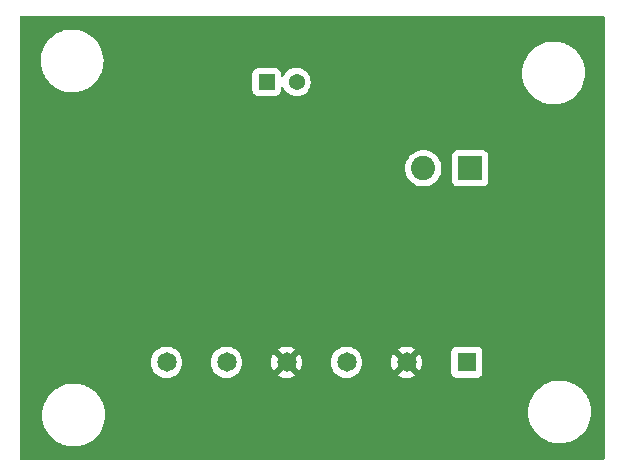
<source format=gbr>
%TF.GenerationSoftware,KiCad,Pcbnew,(6.0.9)*%
%TF.CreationDate,2022-12-05T21:09:52-07:00*%
%TF.ProjectId,Rotisserie-Chicken,526f7469-7373-4657-9269-652d43686963,rev?*%
%TF.SameCoordinates,Original*%
%TF.FileFunction,Copper,L2,Bot*%
%TF.FilePolarity,Positive*%
%FSLAX46Y46*%
G04 Gerber Fmt 4.6, Leading zero omitted, Abs format (unit mm)*
G04 Created by KiCad (PCBNEW (6.0.9)) date 2022-12-05 21:09:52*
%MOMM*%
%LPD*%
G01*
G04 APERTURE LIST*
%TA.AperFunction,ComponentPad*%
%ADD10R,1.371600X1.371600*%
%TD*%
%TA.AperFunction,ComponentPad*%
%ADD11C,1.371600*%
%TD*%
%TA.AperFunction,ComponentPad*%
%ADD12R,2.050000X2.050000*%
%TD*%
%TA.AperFunction,ComponentPad*%
%ADD13C,2.050000*%
%TD*%
%TA.AperFunction,ComponentPad*%
%ADD14R,1.650000X1.650000*%
%TD*%
%TA.AperFunction,ComponentPad*%
%ADD15C,1.650000*%
%TD*%
%TA.AperFunction,ViaPad*%
%ADD16C,0.800000*%
%TD*%
G04 APERTURE END LIST*
D10*
%TO.P,D1,1,1*%
%TO.N,Net-(D1-Pad1)*%
X97871000Y-69596000D03*
D11*
%TO.P,D1,2,2*%
%TO.N,12V*%
X100411000Y-69596000D03*
%TD*%
D12*
%TO.P,P2,1,1*%
%TO.N,Motor+*%
X115103500Y-76907500D03*
D13*
%TO.P,P2,2,2*%
%TO.N,Motor-*%
X111143500Y-76907500D03*
%TD*%
D14*
%TO.P,P1,1,5*%
%TO.N,12V*%
X114808000Y-93336500D03*
D15*
%TO.P,P1,2,6*%
%TO.N,Earth*%
X109728000Y-93336500D03*
%TO.P,P1,3,5*%
%TO.N,12V*%
X104648000Y-93336500D03*
%TO.P,P1,4,6*%
%TO.N,Earth*%
X99568000Y-93336500D03*
%TO.P,P1,5,5*%
%TO.N,Motor+*%
X94488000Y-93336500D03*
%TO.P,P1,6,6*%
%TO.N,Motor-*%
X89408000Y-93336500D03*
%TD*%
D16*
%TO.N,Earth*%
X97409000Y-75565000D03*
%TD*%
%TA.AperFunction,Conductor*%
%TO.N,Earth*%
G36*
X126433621Y-64028502D02*
G01*
X126480114Y-64082158D01*
X126491500Y-64134500D01*
X126491500Y-101473500D01*
X126471498Y-101541621D01*
X126417842Y-101588114D01*
X126365500Y-101599500D01*
X77088500Y-101599500D01*
X77020379Y-101579498D01*
X76973886Y-101525842D01*
X76962500Y-101473500D01*
X76962500Y-97836485D01*
X78870854Y-97836485D01*
X78871156Y-97840320D01*
X78894652Y-98138861D01*
X78896370Y-98160695D01*
X78961206Y-98479378D01*
X79064398Y-98787784D01*
X79204405Y-99081316D01*
X79206467Y-99084553D01*
X79206470Y-99084558D01*
X79217325Y-99101597D01*
X79379141Y-99355597D01*
X79381584Y-99358560D01*
X79381585Y-99358562D01*
X79558973Y-99573750D01*
X79586001Y-99606538D01*
X79821902Y-99830399D01*
X80083326Y-100023843D01*
X80139223Y-100055468D01*
X80363019Y-100182086D01*
X80363023Y-100182088D01*
X80366376Y-100183985D01*
X80369937Y-100185460D01*
X80369939Y-100185461D01*
X80391761Y-100194500D01*
X80666832Y-100308438D01*
X80770288Y-100337129D01*
X80976500Y-100394317D01*
X80976508Y-100394319D01*
X80980216Y-100395347D01*
X81301856Y-100443416D01*
X81305154Y-100443560D01*
X81416918Y-100448440D01*
X81416922Y-100448440D01*
X81418294Y-100448500D01*
X81616598Y-100448500D01*
X81858605Y-100433698D01*
X81862388Y-100432997D01*
X81862395Y-100432996D01*
X82062459Y-100395916D01*
X82178372Y-100374433D01*
X82387682Y-100308438D01*
X82484860Y-100277798D01*
X82484863Y-100277797D01*
X82488532Y-100276640D01*
X82492029Y-100275046D01*
X82492035Y-100275044D01*
X82780954Y-100143376D01*
X82780958Y-100143374D01*
X82784462Y-100141777D01*
X82818147Y-100121135D01*
X83058473Y-99973863D01*
X83058476Y-99973861D01*
X83061751Y-99971854D01*
X83064755Y-99969464D01*
X83064760Y-99969461D01*
X83189008Y-99870629D01*
X83316264Y-99769405D01*
X83318958Y-99766664D01*
X83318962Y-99766660D01*
X83541513Y-99540190D01*
X83541517Y-99540185D01*
X83544208Y-99537447D01*
X83742185Y-99279439D01*
X83907242Y-98999227D01*
X84036920Y-98700988D01*
X84129285Y-98389169D01*
X84182961Y-98068417D01*
X84197146Y-97743515D01*
X84184473Y-97582485D01*
X120018854Y-97582485D01*
X120019156Y-97586320D01*
X120038542Y-97832638D01*
X120044370Y-97906695D01*
X120109206Y-98225378D01*
X120212398Y-98533784D01*
X120352405Y-98827316D01*
X120527141Y-99101597D01*
X120529584Y-99104560D01*
X120529585Y-99104562D01*
X120679308Y-99286190D01*
X120734001Y-99352538D01*
X120969902Y-99576399D01*
X121231326Y-99769843D01*
X121372851Y-99849914D01*
X121511019Y-99928086D01*
X121511023Y-99928088D01*
X121514376Y-99929985D01*
X121814832Y-100054438D01*
X121918288Y-100083129D01*
X122124500Y-100140317D01*
X122124508Y-100140319D01*
X122128216Y-100141347D01*
X122449856Y-100189416D01*
X122453154Y-100189560D01*
X122564918Y-100194440D01*
X122564922Y-100194440D01*
X122566294Y-100194500D01*
X122764598Y-100194500D01*
X123006605Y-100179698D01*
X123010388Y-100178997D01*
X123010395Y-100178996D01*
X123166489Y-100150065D01*
X123326372Y-100120433D01*
X123535682Y-100054438D01*
X123632860Y-100023798D01*
X123632863Y-100023797D01*
X123636532Y-100022640D01*
X123640029Y-100021046D01*
X123640035Y-100021044D01*
X123928954Y-99889376D01*
X123928958Y-99889374D01*
X123932462Y-99887777D01*
X124022361Y-99832687D01*
X124206473Y-99719863D01*
X124206476Y-99719861D01*
X124209751Y-99717854D01*
X124212755Y-99715464D01*
X124212760Y-99715461D01*
X124353419Y-99603575D01*
X124464264Y-99515405D01*
X124466958Y-99512664D01*
X124466962Y-99512660D01*
X124689513Y-99286190D01*
X124689517Y-99286185D01*
X124692208Y-99283447D01*
X124890185Y-99025439D01*
X125055242Y-98745227D01*
X125184920Y-98446988D01*
X125277285Y-98135169D01*
X125330961Y-97814417D01*
X125345146Y-97489515D01*
X125332388Y-97327410D01*
X125319932Y-97169140D01*
X125319932Y-97169137D01*
X125319630Y-97165305D01*
X125254794Y-96846622D01*
X125151602Y-96538216D01*
X125011595Y-96244684D01*
X125000742Y-96227647D01*
X124885377Y-96046561D01*
X124836859Y-95970403D01*
X124707386Y-95813340D01*
X124632442Y-95722425D01*
X124632438Y-95722420D01*
X124629999Y-95719462D01*
X124394098Y-95495601D01*
X124132674Y-95302157D01*
X123926807Y-95185683D01*
X123852981Y-95143914D01*
X123852977Y-95143912D01*
X123849624Y-95142015D01*
X123836513Y-95136584D01*
X123623139Y-95048202D01*
X123549168Y-95017562D01*
X123445712Y-94988871D01*
X123239500Y-94931683D01*
X123239492Y-94931681D01*
X123235784Y-94930653D01*
X122914144Y-94882584D01*
X122910846Y-94882440D01*
X122799082Y-94877560D01*
X122799078Y-94877560D01*
X122797706Y-94877500D01*
X122599402Y-94877500D01*
X122357395Y-94892302D01*
X122353612Y-94893003D01*
X122353605Y-94893004D01*
X122197511Y-94921935D01*
X122037628Y-94951567D01*
X121853058Y-95009762D01*
X121731140Y-95048202D01*
X121731137Y-95048203D01*
X121727468Y-95049360D01*
X121723971Y-95050954D01*
X121723965Y-95050956D01*
X121435046Y-95182624D01*
X121435042Y-95182626D01*
X121431538Y-95184223D01*
X121428259Y-95186233D01*
X121428256Y-95186234D01*
X121234520Y-95304956D01*
X121154249Y-95354146D01*
X121151245Y-95356536D01*
X121151240Y-95356539D01*
X121099225Y-95397914D01*
X120899736Y-95556595D01*
X120897042Y-95559336D01*
X120897038Y-95559340D01*
X120674487Y-95785810D01*
X120674483Y-95785815D01*
X120671792Y-95788553D01*
X120473815Y-96046561D01*
X120308758Y-96326773D01*
X120179080Y-96625012D01*
X120086715Y-96936831D01*
X120033039Y-97257583D01*
X120018854Y-97582485D01*
X84184473Y-97582485D01*
X84184170Y-97578638D01*
X84171932Y-97423140D01*
X84171932Y-97423137D01*
X84171630Y-97419305D01*
X84106794Y-97100622D01*
X84003602Y-96792216D01*
X83863595Y-96498684D01*
X83688859Y-96224403D01*
X83686415Y-96221438D01*
X83484442Y-95976425D01*
X83484438Y-95976420D01*
X83481999Y-95973462D01*
X83246098Y-95749601D01*
X82984674Y-95556157D01*
X82779781Y-95440234D01*
X82704981Y-95397914D01*
X82704977Y-95397912D01*
X82701624Y-95396015D01*
X82401168Y-95271562D01*
X82297712Y-95242871D01*
X82091500Y-95185683D01*
X82091492Y-95185681D01*
X82087784Y-95184653D01*
X81766144Y-95136584D01*
X81762846Y-95136440D01*
X81651082Y-95131560D01*
X81651078Y-95131560D01*
X81649706Y-95131500D01*
X81451402Y-95131500D01*
X81209395Y-95146302D01*
X81205612Y-95147003D01*
X81205605Y-95147004D01*
X81049511Y-95175935D01*
X80889628Y-95205567D01*
X80705058Y-95263762D01*
X80583140Y-95302202D01*
X80583137Y-95302203D01*
X80579468Y-95303360D01*
X80575971Y-95304954D01*
X80575965Y-95304956D01*
X80287046Y-95436624D01*
X80287042Y-95436626D01*
X80283538Y-95438223D01*
X80280259Y-95440233D01*
X80280256Y-95440234D01*
X80090373Y-95556595D01*
X80006249Y-95608146D01*
X80003245Y-95610536D01*
X80003240Y-95610539D01*
X79878993Y-95709370D01*
X79751736Y-95810595D01*
X79749042Y-95813336D01*
X79749038Y-95813340D01*
X79526487Y-96039810D01*
X79526483Y-96039815D01*
X79523792Y-96042553D01*
X79325815Y-96300561D01*
X79160758Y-96580773D01*
X79031080Y-96879012D01*
X78938715Y-97190831D01*
X78885039Y-97511583D01*
X78870854Y-97836485D01*
X76962500Y-97836485D01*
X76962500Y-93336500D01*
X88069406Y-93336500D01*
X88089742Y-93568944D01*
X88150133Y-93794326D01*
X88152455Y-93799306D01*
X88152456Y-93799308D01*
X88246418Y-94000810D01*
X88246421Y-94000815D01*
X88248744Y-94005797D01*
X88382578Y-94196932D01*
X88547568Y-94361922D01*
X88552076Y-94365079D01*
X88552079Y-94365081D01*
X88734194Y-94492599D01*
X88738703Y-94495756D01*
X88743685Y-94498079D01*
X88743690Y-94498082D01*
X88944180Y-94591572D01*
X88950174Y-94594367D01*
X88955482Y-94595789D01*
X88955484Y-94595790D01*
X89170241Y-94653334D01*
X89170243Y-94653334D01*
X89175556Y-94654758D01*
X89408000Y-94675094D01*
X89640444Y-94654758D01*
X89645757Y-94653334D01*
X89645759Y-94653334D01*
X89860516Y-94595790D01*
X89860518Y-94595789D01*
X89865826Y-94594367D01*
X89871820Y-94591572D01*
X90072310Y-94498082D01*
X90072315Y-94498079D01*
X90077297Y-94495756D01*
X90081806Y-94492599D01*
X90263921Y-94365081D01*
X90263924Y-94365079D01*
X90268432Y-94361922D01*
X90433422Y-94196932D01*
X90567256Y-94005797D01*
X90569579Y-94000815D01*
X90569582Y-94000810D01*
X90663544Y-93799308D01*
X90663545Y-93799306D01*
X90665867Y-93794326D01*
X90726258Y-93568944D01*
X90746594Y-93336500D01*
X93149406Y-93336500D01*
X93169742Y-93568944D01*
X93230133Y-93794326D01*
X93232455Y-93799306D01*
X93232456Y-93799308D01*
X93326418Y-94000810D01*
X93326421Y-94000815D01*
X93328744Y-94005797D01*
X93462578Y-94196932D01*
X93627568Y-94361922D01*
X93632076Y-94365079D01*
X93632079Y-94365081D01*
X93814194Y-94492599D01*
X93818703Y-94495756D01*
X93823685Y-94498079D01*
X93823690Y-94498082D01*
X94024180Y-94591572D01*
X94030174Y-94594367D01*
X94035482Y-94595789D01*
X94035484Y-94595790D01*
X94250241Y-94653334D01*
X94250243Y-94653334D01*
X94255556Y-94654758D01*
X94488000Y-94675094D01*
X94720444Y-94654758D01*
X94725757Y-94653334D01*
X94725759Y-94653334D01*
X94940516Y-94595790D01*
X94940518Y-94595789D01*
X94945826Y-94594367D01*
X94951820Y-94591572D01*
X95152310Y-94498082D01*
X95152315Y-94498079D01*
X95157297Y-94495756D01*
X95161806Y-94492599D01*
X95236193Y-94440513D01*
X98828542Y-94440513D01*
X98837838Y-94452528D01*
X98894446Y-94492165D01*
X98903941Y-94497648D01*
X99105364Y-94591572D01*
X99115656Y-94595318D01*
X99330328Y-94652839D01*
X99341123Y-94654742D01*
X99562525Y-94674113D01*
X99573475Y-94674113D01*
X99794877Y-94654742D01*
X99805672Y-94652839D01*
X100020344Y-94595318D01*
X100030636Y-94591572D01*
X100232059Y-94497648D01*
X100241554Y-94492165D01*
X100299000Y-94451941D01*
X100307375Y-94441464D01*
X100300307Y-94428017D01*
X99580812Y-93708522D01*
X99566868Y-93700908D01*
X99565035Y-93701039D01*
X99558420Y-93705290D01*
X98834972Y-94428738D01*
X98828542Y-94440513D01*
X95236193Y-94440513D01*
X95343921Y-94365081D01*
X95343924Y-94365079D01*
X95348432Y-94361922D01*
X95513422Y-94196932D01*
X95647256Y-94005797D01*
X95649579Y-94000815D01*
X95649582Y-94000810D01*
X95743544Y-93799308D01*
X95743545Y-93799306D01*
X95745867Y-93794326D01*
X95806258Y-93568944D01*
X95826115Y-93341975D01*
X98230387Y-93341975D01*
X98249758Y-93563377D01*
X98251661Y-93574172D01*
X98309182Y-93788844D01*
X98312928Y-93799136D01*
X98406852Y-94000559D01*
X98412335Y-94010054D01*
X98452559Y-94067500D01*
X98463036Y-94075875D01*
X98476483Y-94068807D01*
X99195978Y-93349312D01*
X99202356Y-93337632D01*
X99932408Y-93337632D01*
X99932539Y-93339465D01*
X99936790Y-93346080D01*
X100660238Y-94069528D01*
X100672013Y-94075958D01*
X100684028Y-94066662D01*
X100723665Y-94010054D01*
X100729148Y-94000559D01*
X100823072Y-93799136D01*
X100826818Y-93788844D01*
X100884339Y-93574172D01*
X100886242Y-93563377D01*
X100905613Y-93341975D01*
X100905613Y-93336500D01*
X103309406Y-93336500D01*
X103329742Y-93568944D01*
X103390133Y-93794326D01*
X103392455Y-93799306D01*
X103392456Y-93799308D01*
X103486418Y-94000810D01*
X103486421Y-94000815D01*
X103488744Y-94005797D01*
X103622578Y-94196932D01*
X103787568Y-94361922D01*
X103792076Y-94365079D01*
X103792079Y-94365081D01*
X103974194Y-94492599D01*
X103978703Y-94495756D01*
X103983685Y-94498079D01*
X103983690Y-94498082D01*
X104184180Y-94591572D01*
X104190174Y-94594367D01*
X104195482Y-94595789D01*
X104195484Y-94595790D01*
X104410241Y-94653334D01*
X104410243Y-94653334D01*
X104415556Y-94654758D01*
X104648000Y-94675094D01*
X104880444Y-94654758D01*
X104885757Y-94653334D01*
X104885759Y-94653334D01*
X105100516Y-94595790D01*
X105100518Y-94595789D01*
X105105826Y-94594367D01*
X105111820Y-94591572D01*
X105312310Y-94498082D01*
X105312315Y-94498079D01*
X105317297Y-94495756D01*
X105321806Y-94492599D01*
X105396193Y-94440513D01*
X108988542Y-94440513D01*
X108997838Y-94452528D01*
X109054446Y-94492165D01*
X109063941Y-94497648D01*
X109265364Y-94591572D01*
X109275656Y-94595318D01*
X109490328Y-94652839D01*
X109501123Y-94654742D01*
X109722525Y-94674113D01*
X109733475Y-94674113D01*
X109954877Y-94654742D01*
X109965672Y-94652839D01*
X110180344Y-94595318D01*
X110190636Y-94591572D01*
X110392059Y-94497648D01*
X110401554Y-94492165D01*
X110459000Y-94451941D01*
X110467375Y-94441464D01*
X110460307Y-94428017D01*
X110241924Y-94209634D01*
X113474500Y-94209634D01*
X113481255Y-94271816D01*
X113532385Y-94408205D01*
X113619739Y-94524761D01*
X113736295Y-94612115D01*
X113872684Y-94663245D01*
X113934866Y-94670000D01*
X115681134Y-94670000D01*
X115743316Y-94663245D01*
X115879705Y-94612115D01*
X115996261Y-94524761D01*
X116083615Y-94408205D01*
X116134745Y-94271816D01*
X116141500Y-94209634D01*
X116141500Y-92463366D01*
X116134745Y-92401184D01*
X116083615Y-92264795D01*
X115996261Y-92148239D01*
X115879705Y-92060885D01*
X115743316Y-92009755D01*
X115681134Y-92003000D01*
X113934866Y-92003000D01*
X113872684Y-92009755D01*
X113736295Y-92060885D01*
X113619739Y-92148239D01*
X113532385Y-92264795D01*
X113481255Y-92401184D01*
X113474500Y-92463366D01*
X113474500Y-94209634D01*
X110241924Y-94209634D01*
X109740812Y-93708522D01*
X109726868Y-93700908D01*
X109725035Y-93701039D01*
X109718420Y-93705290D01*
X108994972Y-94428738D01*
X108988542Y-94440513D01*
X105396193Y-94440513D01*
X105503921Y-94365081D01*
X105503924Y-94365079D01*
X105508432Y-94361922D01*
X105673422Y-94196932D01*
X105807256Y-94005797D01*
X105809579Y-94000815D01*
X105809582Y-94000810D01*
X105903544Y-93799308D01*
X105903545Y-93799306D01*
X105905867Y-93794326D01*
X105966258Y-93568944D01*
X105986115Y-93341975D01*
X108390387Y-93341975D01*
X108409758Y-93563377D01*
X108411661Y-93574172D01*
X108469182Y-93788844D01*
X108472928Y-93799136D01*
X108566852Y-94000559D01*
X108572335Y-94010054D01*
X108612559Y-94067500D01*
X108623036Y-94075875D01*
X108636483Y-94068807D01*
X109355978Y-93349312D01*
X109362356Y-93337632D01*
X110092408Y-93337632D01*
X110092539Y-93339465D01*
X110096790Y-93346080D01*
X110820238Y-94069528D01*
X110832013Y-94075958D01*
X110844028Y-94066662D01*
X110883665Y-94010054D01*
X110889148Y-94000559D01*
X110983072Y-93799136D01*
X110986818Y-93788844D01*
X111044339Y-93574172D01*
X111046242Y-93563377D01*
X111065613Y-93341975D01*
X111065613Y-93331025D01*
X111046242Y-93109623D01*
X111044339Y-93098828D01*
X110986818Y-92884156D01*
X110983072Y-92873864D01*
X110889148Y-92672441D01*
X110883665Y-92662946D01*
X110843441Y-92605500D01*
X110832964Y-92597125D01*
X110819517Y-92604193D01*
X110100022Y-93323688D01*
X110092408Y-93337632D01*
X109362356Y-93337632D01*
X109363592Y-93335368D01*
X109363461Y-93333535D01*
X109359210Y-93326920D01*
X108635762Y-92603472D01*
X108623987Y-92597042D01*
X108611972Y-92606338D01*
X108572335Y-92662946D01*
X108566852Y-92672441D01*
X108472928Y-92873864D01*
X108469182Y-92884156D01*
X108411661Y-93098828D01*
X108409758Y-93109623D01*
X108390387Y-93331025D01*
X108390387Y-93341975D01*
X105986115Y-93341975D01*
X105986594Y-93336500D01*
X105966258Y-93104056D01*
X105905867Y-92878674D01*
X105809699Y-92672441D01*
X105809582Y-92672190D01*
X105809579Y-92672185D01*
X105807256Y-92667203D01*
X105673422Y-92476068D01*
X105508432Y-92311078D01*
X105503924Y-92307921D01*
X105503921Y-92307919D01*
X105394835Y-92231536D01*
X108988625Y-92231536D01*
X108995693Y-92244983D01*
X109715188Y-92964478D01*
X109729132Y-92972092D01*
X109730965Y-92971961D01*
X109737580Y-92967710D01*
X110461028Y-92244262D01*
X110467458Y-92232487D01*
X110458162Y-92220472D01*
X110401554Y-92180835D01*
X110392059Y-92175352D01*
X110190636Y-92081428D01*
X110180344Y-92077682D01*
X109965672Y-92020161D01*
X109954877Y-92018258D01*
X109733475Y-91998887D01*
X109722525Y-91998887D01*
X109501123Y-92018258D01*
X109490328Y-92020161D01*
X109275656Y-92077682D01*
X109265364Y-92081428D01*
X109063941Y-92175352D01*
X109054446Y-92180835D01*
X108997000Y-92221059D01*
X108988625Y-92231536D01*
X105394835Y-92231536D01*
X105321806Y-92180401D01*
X105321804Y-92180400D01*
X105317297Y-92177244D01*
X105312315Y-92174921D01*
X105312310Y-92174918D01*
X105110808Y-92080956D01*
X105110806Y-92080955D01*
X105105826Y-92078633D01*
X105100518Y-92077211D01*
X105100516Y-92077210D01*
X104885759Y-92019666D01*
X104885757Y-92019666D01*
X104880444Y-92018242D01*
X104648000Y-91997906D01*
X104415556Y-92018242D01*
X104410243Y-92019666D01*
X104410241Y-92019666D01*
X104195484Y-92077210D01*
X104195482Y-92077211D01*
X104190174Y-92078633D01*
X104185194Y-92080955D01*
X104185192Y-92080956D01*
X103983690Y-92174918D01*
X103983685Y-92174921D01*
X103978703Y-92177244D01*
X103974196Y-92180400D01*
X103974194Y-92180401D01*
X103792079Y-92307919D01*
X103792076Y-92307921D01*
X103787568Y-92311078D01*
X103622578Y-92476068D01*
X103488744Y-92667203D01*
X103486421Y-92672185D01*
X103486418Y-92672190D01*
X103486301Y-92672441D01*
X103390133Y-92878674D01*
X103329742Y-93104056D01*
X103309406Y-93336500D01*
X100905613Y-93336500D01*
X100905613Y-93331025D01*
X100886242Y-93109623D01*
X100884339Y-93098828D01*
X100826818Y-92884156D01*
X100823072Y-92873864D01*
X100729148Y-92672441D01*
X100723665Y-92662946D01*
X100683441Y-92605500D01*
X100672964Y-92597125D01*
X100659517Y-92604193D01*
X99940022Y-93323688D01*
X99932408Y-93337632D01*
X99202356Y-93337632D01*
X99203592Y-93335368D01*
X99203461Y-93333535D01*
X99199210Y-93326920D01*
X98475762Y-92603472D01*
X98463987Y-92597042D01*
X98451972Y-92606338D01*
X98412335Y-92662946D01*
X98406852Y-92672441D01*
X98312928Y-92873864D01*
X98309182Y-92884156D01*
X98251661Y-93098828D01*
X98249758Y-93109623D01*
X98230387Y-93331025D01*
X98230387Y-93341975D01*
X95826115Y-93341975D01*
X95826594Y-93336500D01*
X95806258Y-93104056D01*
X95745867Y-92878674D01*
X95649699Y-92672441D01*
X95649582Y-92672190D01*
X95649579Y-92672185D01*
X95647256Y-92667203D01*
X95513422Y-92476068D01*
X95348432Y-92311078D01*
X95343924Y-92307921D01*
X95343921Y-92307919D01*
X95234835Y-92231536D01*
X98828625Y-92231536D01*
X98835693Y-92244983D01*
X99555188Y-92964478D01*
X99569132Y-92972092D01*
X99570965Y-92971961D01*
X99577580Y-92967710D01*
X100301028Y-92244262D01*
X100307458Y-92232487D01*
X100298162Y-92220472D01*
X100241554Y-92180835D01*
X100232059Y-92175352D01*
X100030636Y-92081428D01*
X100020344Y-92077682D01*
X99805672Y-92020161D01*
X99794877Y-92018258D01*
X99573475Y-91998887D01*
X99562525Y-91998887D01*
X99341123Y-92018258D01*
X99330328Y-92020161D01*
X99115656Y-92077682D01*
X99105364Y-92081428D01*
X98903941Y-92175352D01*
X98894446Y-92180835D01*
X98837000Y-92221059D01*
X98828625Y-92231536D01*
X95234835Y-92231536D01*
X95161806Y-92180401D01*
X95161804Y-92180400D01*
X95157297Y-92177244D01*
X95152315Y-92174921D01*
X95152310Y-92174918D01*
X94950808Y-92080956D01*
X94950806Y-92080955D01*
X94945826Y-92078633D01*
X94940518Y-92077211D01*
X94940516Y-92077210D01*
X94725759Y-92019666D01*
X94725757Y-92019666D01*
X94720444Y-92018242D01*
X94488000Y-91997906D01*
X94255556Y-92018242D01*
X94250243Y-92019666D01*
X94250241Y-92019666D01*
X94035484Y-92077210D01*
X94035482Y-92077211D01*
X94030174Y-92078633D01*
X94025194Y-92080955D01*
X94025192Y-92080956D01*
X93823690Y-92174918D01*
X93823685Y-92174921D01*
X93818703Y-92177244D01*
X93814196Y-92180400D01*
X93814194Y-92180401D01*
X93632079Y-92307919D01*
X93632076Y-92307921D01*
X93627568Y-92311078D01*
X93462578Y-92476068D01*
X93328744Y-92667203D01*
X93326421Y-92672185D01*
X93326418Y-92672190D01*
X93326301Y-92672441D01*
X93230133Y-92878674D01*
X93169742Y-93104056D01*
X93149406Y-93336500D01*
X90746594Y-93336500D01*
X90726258Y-93104056D01*
X90665867Y-92878674D01*
X90569699Y-92672441D01*
X90569582Y-92672190D01*
X90569579Y-92672185D01*
X90567256Y-92667203D01*
X90433422Y-92476068D01*
X90268432Y-92311078D01*
X90263924Y-92307921D01*
X90263921Y-92307919D01*
X90081806Y-92180401D01*
X90081804Y-92180400D01*
X90077297Y-92177244D01*
X90072315Y-92174921D01*
X90072310Y-92174918D01*
X89870808Y-92080956D01*
X89870806Y-92080955D01*
X89865826Y-92078633D01*
X89860518Y-92077211D01*
X89860516Y-92077210D01*
X89645759Y-92019666D01*
X89645757Y-92019666D01*
X89640444Y-92018242D01*
X89408000Y-91997906D01*
X89175556Y-92018242D01*
X89170243Y-92019666D01*
X89170241Y-92019666D01*
X88955484Y-92077210D01*
X88955482Y-92077211D01*
X88950174Y-92078633D01*
X88945194Y-92080955D01*
X88945192Y-92080956D01*
X88743690Y-92174918D01*
X88743685Y-92174921D01*
X88738703Y-92177244D01*
X88734196Y-92180400D01*
X88734194Y-92180401D01*
X88552079Y-92307919D01*
X88552076Y-92307921D01*
X88547568Y-92311078D01*
X88382578Y-92476068D01*
X88248744Y-92667203D01*
X88246421Y-92672185D01*
X88246418Y-92672190D01*
X88246301Y-92672441D01*
X88150133Y-92878674D01*
X88089742Y-93104056D01*
X88069406Y-93336500D01*
X76962500Y-93336500D01*
X76962500Y-76907500D01*
X109605258Y-76907500D01*
X109624196Y-77148134D01*
X109625350Y-77152941D01*
X109625351Y-77152947D01*
X109660767Y-77300461D01*
X109680545Y-77382843D01*
X109772916Y-77605847D01*
X109899036Y-77811656D01*
X110055799Y-77995201D01*
X110239344Y-78151964D01*
X110445153Y-78278084D01*
X110449723Y-78279977D01*
X110449727Y-78279979D01*
X110663584Y-78368561D01*
X110668157Y-78370455D01*
X110750539Y-78390233D01*
X110898053Y-78425649D01*
X110898059Y-78425650D01*
X110902866Y-78426804D01*
X111143500Y-78445742D01*
X111384134Y-78426804D01*
X111388941Y-78425650D01*
X111388947Y-78425649D01*
X111536461Y-78390233D01*
X111618843Y-78370455D01*
X111623416Y-78368561D01*
X111837273Y-78279979D01*
X111837277Y-78279977D01*
X111841847Y-78278084D01*
X112047656Y-78151964D01*
X112231201Y-77995201D01*
X112243642Y-77980634D01*
X113570000Y-77980634D01*
X113576755Y-78042816D01*
X113627885Y-78179205D01*
X113715239Y-78295761D01*
X113831795Y-78383115D01*
X113968184Y-78434245D01*
X114030366Y-78441000D01*
X116176634Y-78441000D01*
X116238816Y-78434245D01*
X116375205Y-78383115D01*
X116491761Y-78295761D01*
X116579115Y-78179205D01*
X116630245Y-78042816D01*
X116637000Y-77980634D01*
X116637000Y-75834366D01*
X116630245Y-75772184D01*
X116579115Y-75635795D01*
X116491761Y-75519239D01*
X116375205Y-75431885D01*
X116238816Y-75380755D01*
X116176634Y-75374000D01*
X114030366Y-75374000D01*
X113968184Y-75380755D01*
X113831795Y-75431885D01*
X113715239Y-75519239D01*
X113627885Y-75635795D01*
X113576755Y-75772184D01*
X113570000Y-75834366D01*
X113570000Y-77980634D01*
X112243642Y-77980634D01*
X112387964Y-77811656D01*
X112514084Y-77605847D01*
X112606455Y-77382843D01*
X112626233Y-77300461D01*
X112661649Y-77152947D01*
X112661650Y-77152941D01*
X112662804Y-77148134D01*
X112681742Y-76907500D01*
X112662804Y-76666866D01*
X112661650Y-76662059D01*
X112661649Y-76662053D01*
X112607610Y-76436969D01*
X112606455Y-76432157D01*
X112514084Y-76209153D01*
X112387964Y-76003344D01*
X112231201Y-75819799D01*
X112047656Y-75663036D01*
X111841847Y-75536916D01*
X111837277Y-75535023D01*
X111837273Y-75535021D01*
X111623416Y-75446439D01*
X111623414Y-75446438D01*
X111618843Y-75444545D01*
X111536461Y-75424767D01*
X111388947Y-75389351D01*
X111388941Y-75389350D01*
X111384134Y-75388196D01*
X111143500Y-75369258D01*
X110902866Y-75388196D01*
X110898059Y-75389350D01*
X110898053Y-75389351D01*
X110750539Y-75424767D01*
X110668157Y-75444545D01*
X110663586Y-75446438D01*
X110663584Y-75446439D01*
X110449727Y-75535021D01*
X110449723Y-75535023D01*
X110445153Y-75536916D01*
X110239344Y-75663036D01*
X110055799Y-75819799D01*
X109899036Y-76003344D01*
X109772916Y-76209153D01*
X109680545Y-76432157D01*
X109679390Y-76436969D01*
X109625351Y-76662053D01*
X109625350Y-76662059D01*
X109624196Y-76666866D01*
X109605258Y-76907500D01*
X76962500Y-76907500D01*
X76962500Y-67864485D01*
X78743854Y-67864485D01*
X78744156Y-67868320D01*
X78762108Y-68096417D01*
X78769370Y-68188695D01*
X78834206Y-68507378D01*
X78937398Y-68815784D01*
X79077405Y-69109316D01*
X79079467Y-69112553D01*
X79079470Y-69112558D01*
X79117165Y-69171727D01*
X79252141Y-69383597D01*
X79254584Y-69386560D01*
X79254585Y-69386562D01*
X79427233Y-69596000D01*
X79459001Y-69634538D01*
X79694902Y-69858399D01*
X79956326Y-70051843D01*
X80080059Y-70121848D01*
X80236019Y-70210086D01*
X80236023Y-70210088D01*
X80239376Y-70211985D01*
X80539832Y-70336438D01*
X80643288Y-70365129D01*
X80849500Y-70422317D01*
X80849508Y-70422319D01*
X80853216Y-70423347D01*
X81174856Y-70471416D01*
X81178154Y-70471560D01*
X81289918Y-70476440D01*
X81289922Y-70476440D01*
X81291294Y-70476500D01*
X81489598Y-70476500D01*
X81731605Y-70461698D01*
X81735388Y-70460997D01*
X81735395Y-70460996D01*
X81935459Y-70423916D01*
X82051372Y-70402433D01*
X82260682Y-70336438D01*
X82281310Y-70329934D01*
X96676700Y-70329934D01*
X96683455Y-70392116D01*
X96734585Y-70528505D01*
X96821939Y-70645061D01*
X96938495Y-70732415D01*
X97074884Y-70783545D01*
X97137066Y-70790300D01*
X98604934Y-70790300D01*
X98667116Y-70783545D01*
X98803505Y-70732415D01*
X98920061Y-70645061D01*
X99007415Y-70528505D01*
X99058545Y-70392116D01*
X99065300Y-70329934D01*
X99065300Y-70104102D01*
X99085302Y-70035981D01*
X99138958Y-69989488D01*
X99209232Y-69979384D01*
X99273812Y-70008878D01*
X99305726Y-70051351D01*
X99372275Y-70195708D01*
X99375606Y-70200421D01*
X99375607Y-70200423D01*
X99472462Y-70337468D01*
X99498957Y-70374958D01*
X99547572Y-70422317D01*
X99603073Y-70476383D01*
X99656183Y-70528121D01*
X99660979Y-70531326D01*
X99660982Y-70531328D01*
X99667512Y-70535691D01*
X99838688Y-70650067D01*
X99843991Y-70652345D01*
X99843994Y-70652347D01*
X99935640Y-70691721D01*
X100040360Y-70736712D01*
X100156999Y-70763105D01*
X100235071Y-70780771D01*
X100254445Y-70785155D01*
X100260216Y-70785382D01*
X100260218Y-70785382D01*
X100333634Y-70788266D01*
X100473773Y-70793772D01*
X100565442Y-70780481D01*
X100685284Y-70763105D01*
X100685289Y-70763104D01*
X100690998Y-70762276D01*
X100696462Y-70760421D01*
X100696467Y-70760420D01*
X100893378Y-70693577D01*
X100898846Y-70691721D01*
X101090357Y-70584470D01*
X101259115Y-70444115D01*
X101356933Y-70326502D01*
X101395779Y-70279795D01*
X101399470Y-70275357D01*
X101506721Y-70083846D01*
X101534551Y-70001863D01*
X101575420Y-69881467D01*
X101575421Y-69881462D01*
X101577276Y-69875998D01*
X101578104Y-69870289D01*
X101578105Y-69870284D01*
X101608239Y-69662447D01*
X101608772Y-69658773D01*
X101610416Y-69596000D01*
X101590332Y-69377424D01*
X101530751Y-69166168D01*
X101516369Y-69137003D01*
X101436225Y-68974488D01*
X101433670Y-68969307D01*
X101370208Y-68884320D01*
X101367344Y-68880485D01*
X119510854Y-68880485D01*
X119518252Y-68974488D01*
X119534591Y-69182085D01*
X119536370Y-69204695D01*
X119601206Y-69523378D01*
X119704398Y-69831784D01*
X119844405Y-70125316D01*
X119846467Y-70128553D01*
X119846470Y-70128558D01*
X119892253Y-70200423D01*
X120019141Y-70399597D01*
X120021584Y-70402560D01*
X120021585Y-70402562D01*
X120222967Y-70646857D01*
X120226001Y-70650538D01*
X120461902Y-70874399D01*
X120723326Y-71067843D01*
X120864851Y-71147914D01*
X121003019Y-71226086D01*
X121003023Y-71226088D01*
X121006376Y-71227985D01*
X121306832Y-71352438D01*
X121410288Y-71381129D01*
X121616500Y-71438317D01*
X121616508Y-71438319D01*
X121620216Y-71439347D01*
X121941856Y-71487416D01*
X121945154Y-71487560D01*
X122056918Y-71492440D01*
X122056922Y-71492440D01*
X122058294Y-71492500D01*
X122256598Y-71492500D01*
X122498605Y-71477698D01*
X122502388Y-71476997D01*
X122502395Y-71476996D01*
X122702459Y-71439916D01*
X122818372Y-71418433D01*
X123027682Y-71352438D01*
X123124860Y-71321798D01*
X123124863Y-71321797D01*
X123128532Y-71320640D01*
X123132029Y-71319046D01*
X123132035Y-71319044D01*
X123420954Y-71187376D01*
X123420958Y-71187374D01*
X123424462Y-71185777D01*
X123701751Y-71015854D01*
X123704755Y-71013464D01*
X123704760Y-71013461D01*
X123829008Y-70914629D01*
X123956264Y-70813405D01*
X123958958Y-70810664D01*
X123958962Y-70810660D01*
X124181513Y-70584190D01*
X124181517Y-70584185D01*
X124184208Y-70581447D01*
X124335515Y-70384260D01*
X124379835Y-70326502D01*
X124379837Y-70326498D01*
X124382185Y-70323439D01*
X124542457Y-70051351D01*
X124545289Y-70046543D01*
X124545291Y-70046540D01*
X124547242Y-70043227D01*
X124676920Y-69744988D01*
X124703557Y-69655065D01*
X124768191Y-69436861D01*
X124769285Y-69433169D01*
X124822961Y-69112417D01*
X124837146Y-68787515D01*
X124824174Y-68622696D01*
X124811932Y-68467140D01*
X124811932Y-68467137D01*
X124811630Y-68463305D01*
X124746794Y-68144622D01*
X124643602Y-67836216D01*
X124503595Y-67542684D01*
X124328859Y-67268403D01*
X124216741Y-67132393D01*
X124124442Y-67020425D01*
X124124438Y-67020420D01*
X124121999Y-67017462D01*
X123886098Y-66793601D01*
X123624674Y-66600157D01*
X123419781Y-66484234D01*
X123344981Y-66441914D01*
X123344977Y-66441912D01*
X123341624Y-66440015D01*
X123041168Y-66315562D01*
X122937712Y-66286871D01*
X122731500Y-66229683D01*
X122731492Y-66229681D01*
X122727784Y-66228653D01*
X122406144Y-66180584D01*
X122402846Y-66180440D01*
X122291082Y-66175560D01*
X122291078Y-66175560D01*
X122289706Y-66175500D01*
X122091402Y-66175500D01*
X121849395Y-66190302D01*
X121845612Y-66191003D01*
X121845605Y-66191004D01*
X121689512Y-66219934D01*
X121529628Y-66249567D01*
X121345058Y-66307762D01*
X121223140Y-66346202D01*
X121223137Y-66346203D01*
X121219468Y-66347360D01*
X121215971Y-66348954D01*
X121215965Y-66348956D01*
X120927046Y-66480624D01*
X120927042Y-66480626D01*
X120923538Y-66482223D01*
X120920259Y-66484233D01*
X120920256Y-66484234D01*
X120856275Y-66523442D01*
X120646249Y-66652146D01*
X120643245Y-66654536D01*
X120643240Y-66654539D01*
X120518992Y-66753371D01*
X120391736Y-66854595D01*
X120389042Y-66857336D01*
X120389038Y-66857340D01*
X120166487Y-67083810D01*
X120166483Y-67083815D01*
X120163792Y-67086553D01*
X119965815Y-67344561D01*
X119800758Y-67624773D01*
X119671080Y-67923012D01*
X119578715Y-68234831D01*
X119525039Y-68555583D01*
X119510854Y-68880485D01*
X101367344Y-68880485D01*
X101305793Y-68798058D01*
X101305792Y-68798057D01*
X101302340Y-68793434D01*
X101205295Y-68703727D01*
X101145398Y-68648358D01*
X101145395Y-68648356D01*
X101141158Y-68644439D01*
X100955523Y-68527313D01*
X100914703Y-68511027D01*
X100804700Y-68467140D01*
X100751653Y-68445976D01*
X100745985Y-68444849D01*
X100745983Y-68444848D01*
X100542041Y-68404282D01*
X100542037Y-68404282D01*
X100536373Y-68403155D01*
X100530598Y-68403079D01*
X100530594Y-68403079D01*
X100419963Y-68401631D01*
X100316895Y-68400281D01*
X100311198Y-68401260D01*
X100311197Y-68401260D01*
X100218613Y-68417169D01*
X100100568Y-68437453D01*
X99894638Y-68513425D01*
X99889677Y-68516377D01*
X99889676Y-68516377D01*
X99710969Y-68622696D01*
X99710966Y-68622698D01*
X99706001Y-68625652D01*
X99540974Y-68770377D01*
X99405085Y-68942751D01*
X99402394Y-68947867D01*
X99402392Y-68947869D01*
X99391113Y-68969307D01*
X99302884Y-69137003D01*
X99300483Y-69135740D01*
X99263065Y-69182085D01*
X99195680Y-69204443D01*
X99126906Y-69186821D01*
X99078575Y-69134814D01*
X99065300Y-69078519D01*
X99065300Y-68862066D01*
X99058545Y-68799884D01*
X99007415Y-68663495D01*
X98920061Y-68546939D01*
X98803505Y-68459585D01*
X98667116Y-68408455D01*
X98604934Y-68401700D01*
X97137066Y-68401700D01*
X97074884Y-68408455D01*
X96938495Y-68459585D01*
X96821939Y-68546939D01*
X96734585Y-68663495D01*
X96683455Y-68799884D01*
X96676700Y-68862066D01*
X96676700Y-70329934D01*
X82281310Y-70329934D01*
X82357860Y-70305798D01*
X82357863Y-70305797D01*
X82361532Y-70304640D01*
X82365029Y-70303046D01*
X82365035Y-70303044D01*
X82653954Y-70171376D01*
X82653958Y-70171374D01*
X82657462Y-70169777D01*
X82660744Y-70167766D01*
X82931473Y-70001863D01*
X82931476Y-70001861D01*
X82934751Y-69999854D01*
X82937755Y-69997464D01*
X82937760Y-69997461D01*
X83090459Y-69875998D01*
X83189264Y-69797405D01*
X83191958Y-69794664D01*
X83191962Y-69794660D01*
X83414513Y-69568190D01*
X83414517Y-69568185D01*
X83417208Y-69565447D01*
X83559236Y-69380353D01*
X83612835Y-69310502D01*
X83612837Y-69310498D01*
X83615185Y-69307439D01*
X83780242Y-69027227D01*
X83909920Y-68728988D01*
X83926830Y-68671903D01*
X83961285Y-68555583D01*
X84002285Y-68417169D01*
X84055961Y-68096417D01*
X84070146Y-67771515D01*
X84057388Y-67609410D01*
X84044932Y-67451140D01*
X84044932Y-67451137D01*
X84044630Y-67447305D01*
X83979794Y-67128622D01*
X83876602Y-66820216D01*
X83736595Y-66526684D01*
X83709552Y-66484234D01*
X83610377Y-66328561D01*
X83561859Y-66252403D01*
X83559415Y-66249438D01*
X83357442Y-66004425D01*
X83357438Y-66004420D01*
X83354999Y-66001462D01*
X83119098Y-65777601D01*
X82857674Y-65584157D01*
X82652781Y-65468234D01*
X82577981Y-65425914D01*
X82577977Y-65425912D01*
X82574624Y-65424015D01*
X82274168Y-65299562D01*
X82170712Y-65270871D01*
X81964500Y-65213683D01*
X81964492Y-65213681D01*
X81960784Y-65212653D01*
X81639144Y-65164584D01*
X81635846Y-65164440D01*
X81524082Y-65159560D01*
X81524078Y-65159560D01*
X81522706Y-65159500D01*
X81324402Y-65159500D01*
X81082395Y-65174302D01*
X81078612Y-65175003D01*
X81078605Y-65175004D01*
X80922512Y-65203934D01*
X80762628Y-65233567D01*
X80578058Y-65291762D01*
X80456140Y-65330202D01*
X80456137Y-65330203D01*
X80452468Y-65331360D01*
X80448971Y-65332954D01*
X80448965Y-65332956D01*
X80160046Y-65464624D01*
X80160042Y-65464626D01*
X80156538Y-65466223D01*
X79879249Y-65636146D01*
X79876245Y-65638536D01*
X79876240Y-65638539D01*
X79751993Y-65737370D01*
X79624736Y-65838595D01*
X79622042Y-65841336D01*
X79622038Y-65841340D01*
X79399487Y-66067810D01*
X79399483Y-66067815D01*
X79396792Y-66070553D01*
X79275914Y-66228084D01*
X79208790Y-66315562D01*
X79198815Y-66328561D01*
X79107117Y-66484234D01*
X79037483Y-66602450D01*
X79033758Y-66608773D01*
X78904080Y-66907012D01*
X78902986Y-66910706D01*
X78902984Y-66910711D01*
X78862727Y-67046617D01*
X78811715Y-67218831D01*
X78758039Y-67539583D01*
X78743854Y-67864485D01*
X76962500Y-67864485D01*
X76962500Y-64134500D01*
X76982502Y-64066379D01*
X77036158Y-64019886D01*
X77088500Y-64008500D01*
X126365500Y-64008500D01*
X126433621Y-64028502D01*
G37*
%TD.AperFunction*%
%TD*%
M02*

</source>
